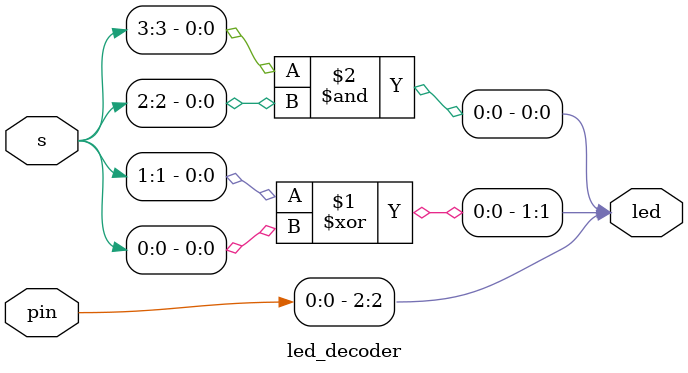
<source format=sv>
module led_decoder(input logic        pin,
                   input logic  [3:0] s,
                   output logic [2:0] led);

    assign led[2] = pin;
    assign led[1] = s[1] ^ s[0];
    assign led[0] = s[3] & s[2];

endmodule
</source>
